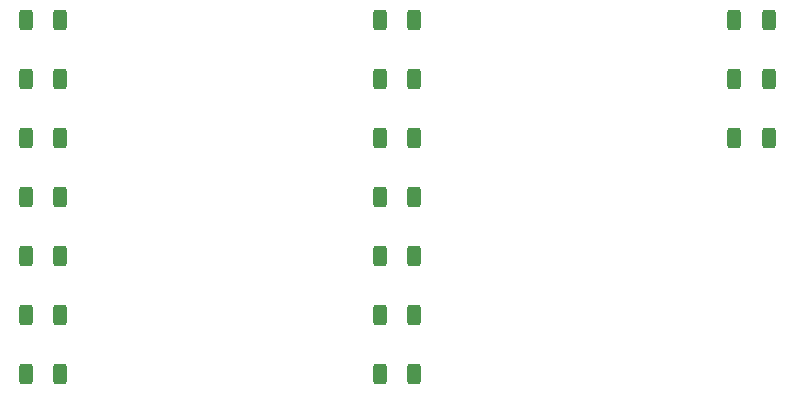
<source format=gbr>
%TF.GenerationSoftware,KiCad,Pcbnew,8.0.6*%
%TF.CreationDate,2025-01-04T02:04:51-08:00*%
%TF.ProjectId,MEP-MAXI-85V-1-REV-2-Interface-Board,4d45502d-4d41-4584-992d-3835562d312d,X1*%
%TF.SameCoordinates,Original*%
%TF.FileFunction,Paste,Bot*%
%TF.FilePolarity,Positive*%
%FSLAX46Y46*%
G04 Gerber Fmt 4.6, Leading zero omitted, Abs format (unit mm)*
G04 Created by KiCad (PCBNEW 8.0.6) date 2025-01-04 02:04:51*
%MOMM*%
%LPD*%
G01*
G04 APERTURE LIST*
G04 Aperture macros list*
%AMRoundRect*
0 Rectangle with rounded corners*
0 $1 Rounding radius*
0 $2 $3 $4 $5 $6 $7 $8 $9 X,Y pos of 4 corners*
0 Add a 4 corners polygon primitive as box body*
4,1,4,$2,$3,$4,$5,$6,$7,$8,$9,$2,$3,0*
0 Add four circle primitives for the rounded corners*
1,1,$1+$1,$2,$3*
1,1,$1+$1,$4,$5*
1,1,$1+$1,$6,$7*
1,1,$1+$1,$8,$9*
0 Add four rect primitives between the rounded corners*
20,1,$1+$1,$2,$3,$4,$5,0*
20,1,$1+$1,$4,$5,$6,$7,0*
20,1,$1+$1,$6,$7,$8,$9,0*
20,1,$1+$1,$8,$9,$2,$3,0*%
G04 Aperture macros list end*
%ADD10RoundRect,0.250000X0.312500X0.625000X-0.312500X0.625000X-0.312500X-0.625000X0.312500X-0.625000X0*%
G04 APERTURE END LIST*
D10*
%TO.C,R809*%
X203831500Y-80380000D03*
X200906500Y-80380000D03*
%TD*%
%TO.C,R745*%
X173832651Y-95380000D03*
X170907651Y-95380000D03*
%TD*%
%TO.C,R721*%
X143831500Y-90380000D03*
X140906500Y-90380000D03*
%TD*%
%TO.C,R736*%
X173831500Y-90380000D03*
X170906500Y-90380000D03*
%TD*%
%TO.C,R723*%
X143831500Y-100380000D03*
X140906500Y-100380000D03*
%TD*%
%TO.C,R701*%
X143831500Y-70380000D03*
X140906500Y-70380000D03*
%TD*%
%TO.C,R748*%
X203831500Y-75380000D03*
X200906500Y-75380000D03*
%TD*%
%TO.C,R747*%
X203832651Y-70375705D03*
X200907651Y-70375705D03*
%TD*%
%TO.C,R724*%
X173831500Y-70380000D03*
X170906500Y-70380000D03*
%TD*%
%TO.C,R702*%
X143831500Y-75380000D03*
X140906500Y-75380000D03*
%TD*%
%TO.C,R722*%
X143831500Y-95380000D03*
X140906500Y-95380000D03*
%TD*%
%TO.C,R725*%
X173831500Y-75380000D03*
X170906500Y-75380000D03*
%TD*%
%TO.C,R726*%
X173831500Y-80380000D03*
X170906500Y-80380000D03*
%TD*%
%TO.C,R712*%
X143831500Y-85380000D03*
X140906500Y-85380000D03*
%TD*%
%TO.C,R711*%
X143831500Y-80380000D03*
X140906500Y-80380000D03*
%TD*%
%TO.C,R735*%
X173831500Y-85380000D03*
X170906500Y-85380000D03*
%TD*%
%TO.C,R746*%
X173831500Y-100380000D03*
X170906500Y-100380000D03*
%TD*%
M02*

</source>
